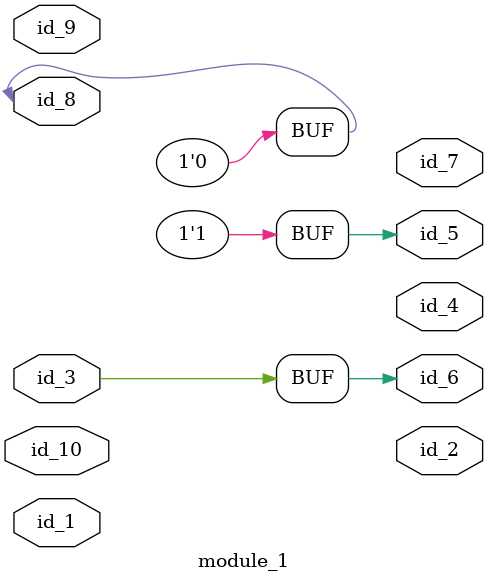
<source format=v>
module module_0 (
    id_1,
    id_2
);
  inout wire id_2;
  output wire id_1;
endmodule
module module_1 (
    id_1,
    id_2,
    id_3,
    id_4,
    id_5,
    id_6,
    id_7,
    id_8,
    id_9,
    id_10
);
  input wire id_10;
  inout wire id_9;
  inout wire id_8;
  output wire id_7;
  output wire id_6;
  output wire id_5;
  output wire id_4;
  inout wire id_3;
  output wire id_2;
  input wire id_1;
  assign id_8 = "";
  assign id_6 = id_3;
  wire id_11;
  wire id_12;
  module_0 modCall_1 (
      id_11,
      id_11
  );
  assign id_5 = 1;
endmodule

</source>
